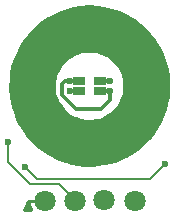
<source format=gbr>
G04 DipTrace 3.2.0.1*
G04 Bottom.gbr*
%MOIN*%
G04 #@! TF.FileFunction,Copper,L2,Bot*
G04 #@! TF.Part,Single*
G04 #@! TA.AperFunction,CopperBalancing*
%ADD10C,0.009843*%
G04 #@! TA.AperFunction,Conductor*
%ADD15C,0.007874*%
G04 #@! TA.AperFunction,CopperBalancing*
%ADD16C,0.011811*%
%ADD17C,0.019685*%
%ADD23R,0.03937X0.025591*%
G04 #@! TA.AperFunction,ComponentPad*
%ADD25C,0.070866*%
G04 #@! TA.AperFunction,ViaPad*
%ADD26C,0.023622*%
%FSLAX26Y26*%
G04*
G70*
G90*
G75*
G01*
G04 Bottom*
%LPD*%
X252756Y-218110D2*
D15*
X201969Y-268898D1*
X-176378D1*
X-215748Y-229528D1*
X68110Y23622D2*
D16*
X37008D1*
X35827Y22441D1*
X68110Y23622D2*
Y-6299D1*
X38189Y-36220D1*
X-46850D1*
X-92520Y9449D1*
Y46457D1*
X-83465Y55512D1*
X-67323D1*
X-66535Y56299D1*
X-35433D1*
X-35039Y55906D1*
X-66142Y23228D2*
X-35827D1*
X-35039Y22441D1*
X67717Y55906D2*
X35827D1*
X-50000Y-342520D2*
D15*
Y-340551D1*
X-102756Y-287795D1*
X-198031D1*
X-273228Y-212598D1*
Y-144882D1*
D26*
X-66535Y56299D3*
X68110Y23622D3*
X126378Y-76378D3*
X-273228Y-144882D3*
X252756Y-218110D3*
X-215748Y-229528D3*
X-66142Y23228D3*
X67717Y55906D3*
X-213621Y-372441D2*
D16*
X-195682D1*
X-203505Y-346037D2*
X-204315Y-350104D1*
X-205618Y-354724D1*
X-207280Y-359230D1*
X-209290Y-363591D1*
X-211636Y-367780D1*
X-215454Y-373231D1*
X-193996Y-373175D1*
X-197098Y-368154D1*
X-199630Y-362822D1*
X-201560Y-357243D1*
X-202867Y-351487D1*
X-203497Y-346123D1*
X-203598Y-342520D2*
D10*
X-150000D1*
X-92040Y280052D2*
D17*
X92379D1*
X-131657Y260499D2*
X131672D1*
X-159861Y240945D2*
X160092D1*
X-181571Y221391D2*
X181982D1*
X-198652Y201837D2*
X198955D1*
X-212791Y182283D2*
X213560D1*
X-224740Y162730D2*
X225258D1*
X-234214Y143176D2*
X-67234D1*
X66460D2*
X234875D1*
X-242252Y123622D2*
X-91133D1*
X90467D2*
X242590D1*
X-248208Y104068D2*
X-106276D1*
X105861D2*
X248439D1*
X-252550Y84514D2*
X-116001D1*
X115478D2*
X252494D1*
X-254739Y64961D2*
X-121958D1*
X121435D2*
X255221D1*
X-255780Y45407D2*
X-124792D1*
X124198D2*
X256764D1*
X-255457Y25853D2*
X-123644D1*
X123516D2*
X256477D1*
X-253986Y6299D2*
X-119840D1*
X119892D2*
X254970D1*
X-250433Y-13255D2*
X-112628D1*
X112464D2*
X251274D1*
X-245445Y-32808D2*
X-101396D1*
X101017D2*
X246142D1*
X-239022Y-52362D2*
X-83920D1*
X82536D2*
X239396D1*
X-230876Y-71916D2*
X-53383D1*
X53004D2*
X231179D1*
X-220434Y-91470D2*
X220413D1*
X-207623Y-111024D2*
X207890D1*
X-192660Y-130577D2*
X192962D1*
X-173354Y-150131D2*
X173154D1*
X-149455Y-169685D2*
X150045D1*
X-118021Y-189239D2*
X118646D1*
X-68644Y-208793D2*
X69305D1*
X8967Y161566D2*
X23858Y159608D1*
X39733Y155061D1*
X57151Y147622D1*
X61304Y145302D1*
X75011Y136056D1*
X86904Y125239D1*
X96679Y114623D1*
X100809Y108861D1*
X106797Y99400D1*
X113074Y85726D1*
X117696Y73019D1*
X120761Y58625D1*
X122417Y42948D1*
X121976Y29420D1*
X119719Y14148D1*
X117277Y3669D1*
X112598Y-8694D1*
X107186Y-20274D1*
X100172Y-31383D1*
X91908Y-41515D1*
X81222Y-51791D1*
X71777Y-59620D1*
X65370Y-64319D1*
X55852Y-69724D1*
X43085Y-75227D1*
X31283Y-79011D1*
X22397Y-81191D1*
X7756Y-83013D1*
X61Y-83427D1*
X-14040Y-82448D1*
X-24826Y-80926D1*
X-30846Y-79547D1*
X-44723Y-74604D1*
X-59666Y-68204D1*
X-64060Y-65775D1*
X-75145Y-58138D1*
X-85461Y-49123D1*
X-93614Y-40265D1*
X-100517Y-31236D1*
X-107807Y-19467D1*
X-113352Y-7089D1*
X-117495Y5060D1*
X-120638Y18301D1*
X-122239Y30363D1*
X-122834Y44240D1*
X-122263Y50560D1*
X-119187Y69111D1*
X-114884Y82310D1*
X-109703Y94425D1*
X-103399Y105616D1*
X-94864Y117447D1*
X-85853Y127097D1*
X-74707Y136479D1*
X-63257Y144372D1*
X-51312Y150699D1*
X-40294Y155266D1*
X-28386Y158860D1*
X-17193Y160910D1*
X-3386Y161811D1*
X7506Y161717D1*
X23571Y298090D2*
X58Y299583D1*
X-29051Y297313D1*
X-51837Y293134D1*
X-71536Y288211D1*
X-93654Y280202D1*
X-113368Y271861D1*
X-135013Y259711D1*
X-154458Y246747D1*
X-170275Y234320D1*
X-187205Y217552D1*
X-196350Y207494D1*
X-211136Y187639D1*
X-218833Y176247D1*
X-229432Y158077D1*
X-239823Y134728D1*
X-245015Y121594D1*
X-250689Y102302D1*
X-254833Y83092D1*
X-257107Y61101D1*
X-257798Y39756D1*
X-257489Y26464D1*
X-255972Y6366D1*
X-251777Y-15773D1*
X-248377Y-29683D1*
X-243063Y-47142D1*
X-234528Y-68238D1*
X-227640Y-82521D1*
X-219491Y-96169D1*
X-202024Y-121954D1*
X-188867Y-136977D1*
X-173584Y-151724D1*
X-166126Y-158578D1*
X-136857Y-180246D1*
X-116516Y-190974D1*
X-107830Y-195317D1*
X-78879Y-206169D1*
X-65951Y-210167D1*
X-59469Y-212082D1*
X-37797Y-216264D1*
X-16817Y-218671D1*
X3071Y-219291D1*
X11299D1*
X29059Y-217401D1*
X49280Y-214349D1*
X71148Y-208828D1*
X84506Y-204882D1*
X110278Y-193959D1*
X119888Y-189665D1*
X139249Y-178277D1*
X157727Y-165831D1*
X182087Y-143607D1*
X196102Y-129362D1*
X206600Y-115865D1*
X218410Y-98086D1*
X226524Y-84244D1*
X234442Y-68980D1*
X240757Y-54020D1*
X247389Y-35057D1*
X251043Y-22731D1*
X255211Y-3761D1*
X256772Y4490D1*
X258592Y29177D1*
X258910Y41937D1*
X258293Y53968D1*
X256380Y72720D1*
X252946Y93708D1*
X248040Y113707D1*
X241222Y133026D1*
X232873Y152381D1*
X221481Y173266D1*
X209786Y190998D1*
X193631Y210316D1*
X184243Y221113D1*
X167258Y236965D1*
X146463Y252844D1*
X124824Y265755D1*
X98155Y278705D1*
X73579Y287400D1*
X47946Y293521D1*
X23575Y298090D1*
D23*
X35827Y55906D3*
X-35039D3*
X35827Y22441D3*
X-35039D3*
D25*
X150000Y-342520D3*
X48425Y-340945D3*
X-50000Y-342520D3*
X-150000D3*
M02*

</source>
